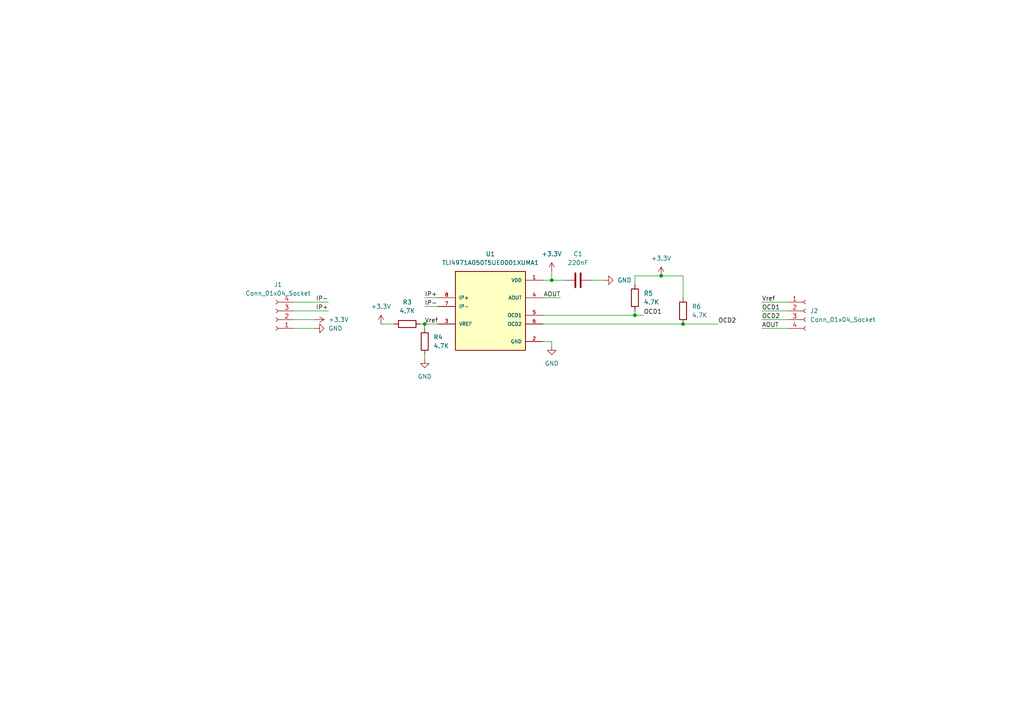
<source format=kicad_sch>
(kicad_sch (version 20250114) (generator "eeschema") (generator_version "9.0")
  (paper "A4")
  (lib_symbols
    (symbol "Connector:Conn_01x04_Socket" (pin_names (offset 1.016) (hide yes))
      (property "Reference" "J" (at 0 5.08 0))
      (property "Value" "Conn_01x04_Socket" (at 0 -7.62 0))
      (symbol "Conn_01x04_Socket_1_1"
        (polyline (pts (xy -1.27 2.54) (xy -0.508 2.54)) (stroke (width 0.1524)))
        (polyline (pts (xy -1.27 0) (xy -0.508 0)) (stroke (width 0.1524)))
        (polyline (pts (xy -1.27 -2.54) (xy -0.508 -2.54)) (stroke (width 0.1524)))
        (polyline (pts (xy -1.27 -5.08) (xy -0.508 -5.08)) (stroke (width 0.1524)))
        (arc (start 0 2.032) (mid -0.5058 2.54) (end 0 3.048) (stroke (width 0.1524)))
        (arc (start 0 -0.508) (mid -0.5058 0) (end 0 0.508) (stroke (width 0.1524)))
        (arc (start 0 -3.048) (mid -0.5058 -2.54) (end 0 -2.032) (stroke (width 0.1524)))
        (arc (start 0 -5.588) (mid -0.5058 -5.08) (end 0 -4.572) (stroke (width 0.1524)))
        (pin passive line (at -5.08 2.54 0) (length 3.81) (name "Pin_1") (number "1"))
        (pin passive line (at -5.08 0 0) (length 3.81) (name "Pin_2") (number "2"))
        (pin passive line (at -5.08 -2.54 0) (length 3.81) (name "Pin_3") (number "3"))
        (pin passive line (at -5.08 -5.08 0) (length 3.81) (name "Pin_4") (number "4"))
      )
    )
    (symbol "Device:C" (pin_numbers (hide yes)) (pin_names (offset 0.254))
      (property "Reference" "C" (at 0.635 2.54 0))
      (property "Value" "C" (at 0.635 -2.54 0))
      (symbol "C_0_1"
        (polyline (pts (xy -2.032 0.762) (xy 2.032 0.762)) (stroke (width 0.508)))
        (polyline (pts (xy -2.032 -0.762) (xy 2.032 -0.762)) (stroke (width 0.508)))
      )
      (symbol "C_1_1"
        (pin passive line (at 0 3.81 270) (length 2.794) (name "~") (number "1"))
        (pin passive line (at 0 -3.81 90) (length 2.794) (name "~") (number "2"))
      )
    )
    (symbol "Device:R" (pin_numbers (hide yes)) (pin_names (offset 0))
      (property "Reference" "R" (at 2.032 0 90))
      (property "Value" "R" (at 0 0 90))
      (symbol "R_0_1"
        (rectangle (start -1.016 -2.54) (end 1.016 2.54) (stroke (width 0.254)))
      )
      (symbol "R_1_1"
        (pin passive line (at 0 3.81 270) (length 1.27) (name "~") (number "1"))
        (pin passive line (at 0 -3.81 90) (length 1.27) (name "~") (number "2"))
      )
    )
    (symbol "TLI4971A050T5UE0001XUMA1:TLI4971A050T5UE0001XUMA1" (pin_names (offset 1.016))
      (property "Reference" "U" (at -10.16 11.049 0))
      (property "Value" "TLI4971A050T5UE0001XUMA1" (at -10.16 -15.24 0))
      (symbol "TLI4971A050T5UE0001XUMA1_0_0"
        (rectangle (start -10.16 -12.7) (end 10.16 10.16) (stroke (width 0.254)) (fill (type background)))
        (pin input line (at -15.24 2.54 0) (length 5.08) (name "IP+") (number "8"))
        (pin input line (at -15.24 0 0) (length 5.08) (name "IP-") (number "7"))
        (pin bidirectional line (at -15.24 -5.08 0) (length 5.08) (name "VREF") (number "3"))
        (pin power_in line (at 15.24 7.62 180) (length 5.08) (name "VDD") (number "1"))
        (pin output line (at 15.24 2.54 180) (length 5.08) (name "AOUT") (number "4"))
        (pin output line (at 15.24 -2.54 180) (length 5.08) (name "OCD1") (number "5"))
        (pin output line (at 15.24 -5.08 180) (length 5.08) (name "OCD2") (number "6"))
        (pin power_in line (at 15.24 -10.16 180) (length 5.08) (name "GND") (number "2"))
      )
    )
    (symbol "power:+3.3V" (power) (pin_numbers (hide yes)) (pin_names (offset 0) (hide yes))
      (property "Value" "+3.3V" (at 0 3.556 0))
      (symbol "+3.3V_0_1"
        (polyline (pts (xy -0.762 1.27) (xy 0 2.54)))
        (polyline (pts (xy 0 2.54) (xy 0.762 1.27)))
        (polyline (pts (xy 0 0) (xy 0 2.54)))
      )
      (symbol "+3.3V_1_1"
        (pin power_in line (at 0 0 90) (length 0) (name "~") (number "1"))
      )
    )
    (symbol "power:GND" (power) (pin_numbers (hide yes)) (pin_names (offset 0) (hide yes))
      (property "Value" "GND" (at 0 -3.81 0))
      (symbol "GND_0_1"
        (polyline (pts (xy 0 0) (xy 0 -1.27) (xy 1.27 -1.27) (xy 0 -2.54) (xy -1.27 -1.27) (xy 0 -1.27)))
      )
      (symbol "GND_1_1"
        (pin power_in line (at 0 0 270) (length 0) (name "~") (number "1"))
      )
    )
  )
  (junction (at 191.77 80.01))
  (junction (at 198.12 93.98))
  (junction (at 184.15 91.44))
  (junction (at 123.19 93.98))
  (junction (at 160.02 81.28))
  (wire (pts (xy 198.12 80.01) (xy 198.12 86.36)))
  (wire (pts (xy 157.48 81.28) (xy 160.02 81.28)))
  (wire (pts (xy 160.02 81.28) (xy 163.83 81.28)))
  (wire (pts (xy 157.48 93.98) (xy 198.12 93.98)))
  (wire (pts (xy 160.02 100.33) (xy 160.02 99.06)))
  (wire (pts (xy 184.15 82.55) (xy 184.15 80.01)))
  (wire (pts (xy 157.48 91.44) (xy 184.15 91.44)))
  (wire (pts (xy 184.15 91.44) (xy 186.69 91.44)))
  (wire (pts (xy 123.19 93.98) (xy 123.19 95.25)))
  (wire (pts (xy 160.02 99.06) (xy 157.48 99.06)))
  (wire (pts (xy 184.15 80.01) (xy 191.77 80.01)))
  (wire (pts (xy 110.49 93.98) (xy 114.3 93.98)))
  (wire (pts (xy 95.25 90.17) (xy 85.09 90.17)))
  (wire (pts (xy 191.77 80.01) (xy 198.12 80.01)))
  (wire (pts (xy 220.98 87.63) (xy 228.6 87.63)))
  (wire (pts (xy 198.12 93.98) (xy 208.28 93.98)))
  (wire (pts (xy 123.19 88.9) (xy 127 88.9)))
  (wire (pts (xy 85.09 95.25) (xy 91.44 95.25)))
  (wire (pts (xy 220.98 92.71) (xy 228.6 92.71)))
  (wire (pts (xy 184.15 90.17) (xy 184.15 91.44)))
  (wire (pts (xy 95.25 87.63) (xy 85.09 87.63)))
  (wire (pts (xy 157.48 86.36) (xy 162.56 86.36)))
  (wire (pts (xy 123.19 86.36) (xy 127 86.36)))
  (wire (pts (xy 85.09 92.71) (xy 91.44 92.71)))
  (wire (pts (xy 123.19 104.14) (xy 123.19 102.87)))
  (wire (pts (xy 123.19 93.98) (xy 127 93.98)))
  (wire (pts (xy 220.98 90.17) (xy 228.6 90.17)))
  (wire (pts (xy 121.92 93.98) (xy 123.19 93.98)))
  (wire (pts (xy 160.02 81.28) (xy 160.02 78.74)))
  (wire (pts (xy 171.45 81.28) (xy 175.26 81.28)))
  (wire (pts (xy 220.98 95.25) (xy 228.6 95.25)))
  (label "IP-" (at 95.25 87.63 180))
  (label "IP+" (at 95.25 90.17 180))
  (label "OCD1" (at 220.98 90.17 0))
  (label "Vref" (at 123.19 93.98 0))
  (label "IP-" (at 123.19 88.9 0))
  (label "Vref" (at 220.98 87.63 0))
  (label "OCD2" (at 208.28 93.98 0))
  (label "AOUT" (at 162.56 86.36 180))
  (label "IP+" (at 123.19 86.36 0))
  (label "OCD1" (at 186.69 91.44 0))
  (label "AOUT" (at 220.98 95.25 0))
  (label "OCD2" (at 220.98 92.71 0))
  (symbol (lib_id "power:+3.3V") (at 160.02 78.74 0) (unit 1)
    (property "Reference" "#PWR02" (effects (hide yes)))
    (property "Value" "+3.3V" (at 160.02 73.66 0))
    (property "Description" "Power symbol creates a global label with name \"+3.3V\"" (effects (hide yes)))
  )
  (symbol (lib_id "power:GND") (at 91.44 95.25 90) (unit 1)
    (property "Reference" "#PWR08" (effects (hide yes)))
    (property "Value" "GND" (at 95.25 95.2499 90) (effects (justify right)))
    (property "Description" "Power symbol creates a global label with name \"GND\" , ground" (effects (hide yes)))
  )
  (symbol (lib_id "Device:R") (at 184.15 86.36 0) (unit 1)
    (property "Reference" "R5" (at 186.69 85.0899 0) (effects (justify left)))
    (property "Value" "4.7K" (at 186.69 87.6299 0) (effects (justify left)))
    (property "Footprint" "Resistor_SMD:R_0805_2012Metric" (effects (hide yes)))
    (property "Description" "CRCW08054K70FKEAC" (effects (hide yes)))
    (property "Part Number" "CRCW08054K70FKEAC" (effects (hide yes)))
  )
  (symbol (lib_id "power:GND") (at 175.26 81.28 90) (unit 1)
    (property "Reference" "#PWR06" (effects (hide yes)))
    (property "Value" "GND" (at 179.07 81.2799 90) (effects (justify right)))
    (property "Description" "Power symbol creates a global label with name \"GND\" , ground" (effects (hide yes)))
  )
  (symbol (lib_id "power:GND") (at 160.02 100.33 0) (unit 1)
    (property "Reference" "#PWR05" (effects (hide yes)))
    (property "Value" "GND" (at 160.02 105.41 0))
    (property "Description" "Power symbol creates a global label with name \"GND\" , ground" (effects (hide yes)))
  )
  (symbol (lib_id "Device:R") (at 118.11 93.98 270) (unit 1)
    (property "Reference" "R3" (at 118.11 87.63 90))
    (property "Value" "4.7K" (at 118.11 90.17 90))
    (property "Footprint" "Resistor_SMD:R_0805_2012Metric" (effects (hide yes)))
    (property "Description" "CRCW08054K70FKEAC" (effects (hide yes)))
    (property "Part Number" "CRCW08054K70FKEAC" (effects (hide yes)))
  )
  (symbol (lib_id "Connector:Conn_01x04_Socket") (at 80.01 92.71 180) (unit 1)
    (property "Reference" "J1" (at 80.645 82.55 0))
    (property "Value" "Conn_01x04_Socket" (at 80.645 85.09 0))
    (property "Footprint" "Connector_PinHeader_2.54mm:PinHeader_1x04_P2.54mm_Vertical" (effects (hide yes)))
    (property "Description" "RECEPTACLE STRIP 4P 2.54MM PITCH" (effects (hide yes)))
    (property "Part Number" "RS1-04-G" (effects (hide yes)))
  )
  (symbol (lib_id "power:+3.3V") (at 110.49 93.98 0) (unit 1)
    (property "Reference" "#PWR03" (effects (hide yes)))
    (property "Value" "+3.3V" (at 110.49 88.9 0))
    (property "Description" "Power symbol creates a global label with name \"+3.3V\"" (effects (hide yes)))
  )
  (symbol (lib_id "Device:R") (at 123.19 99.06 180) (unit 1)
    (property "Reference" "R4" (at 125.73 97.7899 0) (effects (justify right)))
    (property "Value" "4.7K" (at 125.73 100.3299 0) (effects (justify right)))
    (property "Footprint" "Resistor_SMD:R_0805_2012Metric" (effects (hide yes)))
    (property "Description" "CRCW08054K70FKEAC" (effects (hide yes)))
    (property "Part Number" "CRCW08054K70FKEAC" (effects (hide yes)))
  )
  (symbol (lib_id "Device:R") (at 198.12 90.17 0) (unit 1)
    (property "Reference" "R6" (at 200.66 88.8999 0) (effects (justify left)))
    (property "Value" "4.7K" (at 200.66 91.4399 0) (effects (justify left)))
    (property "Footprint" "Resistor_SMD:R_0805_2012Metric" (effects (hide yes)))
    (property "Description" "CRCW08054K70FKEAC" (effects (hide yes)))
    (property "Part Number" "CRCW08054K70FKEAC" (effects (hide yes)))
  )
  (symbol (lib_id "power:GND") (at 123.19 104.14 0) (unit 1)
    (property "Reference" "#PWR04" (effects (hide yes)))
    (property "Value" "GND" (at 123.19 109.22 0))
    (property "Description" "Power symbol creates a global label with name \"GND\" , ground" (effects (hide yes)))
  )
  (symbol (lib_id "Connector:Conn_01x04_Socket") (at 233.68 90.17 0) (unit 1)
    (property "Reference" "J2" (at 234.95 90.1699 0) (effects (justify left)))
    (property "Value" "Conn_01x04_Socket" (at 234.95 92.7099 0) (effects (justify left)))
    (property "Footprint" "Connector_PinHeader_2.54mm:PinHeader_1x04_P2.54mm_Vertical" (effects (hide yes)))
    (property "Description" "RECEPTACLE STRIP 4P 2.54MM PITCH" (effects (hide yes)))
    (property "Part Number" "RS1-04-G" (effects (hide yes)))
  )
  (symbol (lib_id "TLI4971A050T5UE0001XUMA1:TLI4971A050T5UE0001XUMA1") (at 142.24 88.9 0) (unit 1)
    (property "Reference" "U1" (at 142.24 73.66 0))
    (property "Value" "TLI4971A050T5UE0001XUMA1" (at 142.24 76.2 0))
    (property "Footprint" "TLI4971A050T5UE0001XUMA1:TLI4971A050T5UE0001XUMA1" (effects (hide yes)))
    (property "MF" "Infineon Technologies" (effects (hide yes)))
    (property "MAXIMUM_PACKAGE_HEIGHT" "1.1 mm" (effects (hide yes)))
    (property "Package" "PowerTDFN-8 Infineon Technologies" (effects (hide yes)))
    (property "Price" "None" (effects (hide yes)))
    (property "Check_prices" "https://www.snapeda.com/parts/TLI4971A050T5UE0001XUMA1/Infineon/view-part/?ref=eda" (effects (hide yes)))
    (property "STANDARD" "Manufacturer Recommendations" (effects (hide yes)))
    (property "PARTREV" "1.20" (effects (hide yes)))
    (property "SnapEDA_Link" "https://www.snapeda.com/parts/TLI4971A050T5UE0001XUMA1/Infineon/view-part/?ref=snap" (effects (hide yes)))
    (property "MP" "TLI4971A050T5UE0001XUMA1" (effects (hide yes)))
    (property "Description_1" "Current Sensor 50A 1 Channel Hall Effect, Open Loop Unidirectional 8-PowerTDFN" (effects (hide yes)))
    (property "Availability" "In Stock" (effects (hide yes)))
    (property "MANUFACTURER" "Infineon Technologies" (effects (hide yes)))
  )
  (symbol (lib_id "power:+3.3V") (at 191.77 80.01 0) (unit 1)
    (property "Reference" "#PWR01" (effects (hide yes)))
    (property "Value" "+3.3V" (at 191.77 74.93 0))
    (property "Description" "Power symbol creates a global label with name \"+3.3V\"" (effects (hide yes)))
  )
  (symbol (lib_id "Device:C") (at 167.64 81.28 90) (unit 1)
    (property "Reference" "C1" (at 167.64 73.66 90))
    (property "Value" "220nF" (at 167.64 76.2 90))
    (property "Footprint" "Capacitor_SMD:C_0603_1608Metric" (effects (hide yes)))
    (property "Description" "Unpolarized capacitor 220nf, 25V" (effects (hide yes)))
    (property "Part Number" "CL21B224KAFNNNE" (effects (hide yes)))
  )
  (symbol (lib_id "power:+3.3V") (at 91.44 92.71 270) (unit 1)
    (property "Reference" "#PWR07" (effects (hide yes)))
    (property "Value" "+3.3V" (at 95.25 92.7099 90) (effects (justify left)))
    (property "Description" "Power symbol creates a global label with name \"+3.3V\"" (effects (hide yes)))
  )
)
</source>
